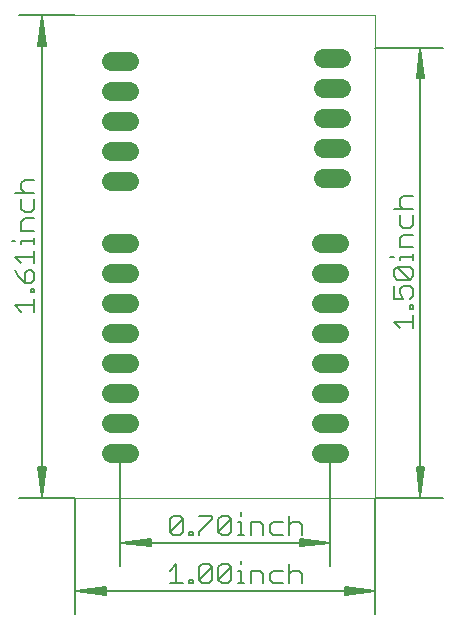
<source format=gbs>
G75*
%MOIN*%
%OFA0B0*%
%FSLAX25Y25*%
%IPPOS*%
%LPD*%
%AMOC8*
5,1,8,0,0,1.08239X$1,22.5*
%
%ADD10C,0.00000*%
%ADD11C,0.00512*%
%ADD12C,0.00600*%
%ADD13C,0.06400*%
D10*
X0023795Y0040133D02*
X0123795Y0040133D01*
X0123795Y0200933D01*
X0023795Y0200933D01*
D11*
X0023795Y0040133D02*
X0023795Y0001256D01*
X0024051Y0008933D02*
X0034031Y0007909D01*
X0034031Y0007676D02*
X0024051Y0008933D01*
X0034031Y0009957D01*
X0034031Y0010190D02*
X0034031Y0007676D01*
X0034031Y0008421D02*
X0024051Y0008933D01*
X0034031Y0009445D01*
X0034031Y0010190D02*
X0024051Y0008933D01*
X0123539Y0008933D01*
X0113559Y0007909D01*
X0113559Y0007676D02*
X0123539Y0008933D01*
X0113559Y0009957D01*
X0113559Y0010190D02*
X0113559Y0007676D01*
X0113559Y0008421D02*
X0123539Y0008933D01*
X0113559Y0009445D01*
X0113559Y0010190D02*
X0123539Y0008933D01*
X0123795Y0001256D02*
X0123795Y0040133D01*
X0146472Y0040133D01*
X0138795Y0040389D02*
X0139819Y0050369D01*
X0140052Y0050369D02*
X0138795Y0040389D01*
X0137772Y0050369D01*
X0137538Y0050369D02*
X0140052Y0050369D01*
X0139307Y0050369D02*
X0138795Y0040389D01*
X0138283Y0050369D01*
X0137538Y0050369D02*
X0138795Y0040389D01*
X0138795Y0189877D01*
X0139819Y0179897D01*
X0140052Y0179897D02*
X0138795Y0189877D01*
X0137772Y0179897D01*
X0137538Y0179897D02*
X0140052Y0179897D01*
X0139307Y0179897D02*
X0138795Y0189877D01*
X0138283Y0179897D01*
X0137538Y0179897D02*
X0138795Y0189877D01*
X0146472Y0190133D02*
X0123795Y0190133D01*
X0023795Y0200933D02*
X0004918Y0200933D01*
X0012595Y0200677D02*
X0011572Y0190697D01*
X0011338Y0190697D02*
X0013852Y0190697D01*
X0012595Y0200677D01*
X0013619Y0190697D01*
X0013107Y0190697D02*
X0012595Y0200677D01*
X0012083Y0190697D01*
X0011338Y0190697D02*
X0012595Y0200677D01*
X0012595Y0040389D01*
X0013619Y0050369D01*
X0013852Y0050369D02*
X0012595Y0040389D01*
X0011572Y0050369D01*
X0011338Y0050369D02*
X0013852Y0050369D01*
X0013107Y0050369D02*
X0012595Y0040389D01*
X0012083Y0050369D01*
X0011338Y0050369D02*
X0012595Y0040389D01*
X0004918Y0040133D02*
X0023795Y0040133D01*
X0038795Y0055133D02*
X0038795Y0017456D01*
X0039051Y0025133D02*
X0049031Y0024109D01*
X0049031Y0023876D02*
X0039051Y0025133D01*
X0049031Y0026157D01*
X0049031Y0026390D02*
X0049031Y0023876D01*
X0049031Y0024621D02*
X0039051Y0025133D01*
X0049031Y0025645D01*
X0049031Y0026390D02*
X0039051Y0025133D01*
X0108539Y0025133D01*
X0098559Y0024109D01*
X0098559Y0023876D02*
X0108539Y0025133D01*
X0098559Y0026157D01*
X0098559Y0026390D02*
X0098559Y0023876D01*
X0098559Y0024621D02*
X0108539Y0025133D01*
X0098559Y0025645D01*
X0098559Y0026390D02*
X0108539Y0025133D01*
X0108795Y0017456D02*
X0108795Y0055133D01*
D12*
X0095059Y0034100D02*
X0095059Y0027695D01*
X0092884Y0027695D02*
X0089681Y0027695D01*
X0088614Y0028762D01*
X0088614Y0030898D01*
X0089681Y0031965D01*
X0092884Y0031965D01*
X0095059Y0030898D02*
X0096127Y0031965D01*
X0098262Y0031965D01*
X0099330Y0030898D01*
X0099330Y0027695D01*
X0095059Y0017900D02*
X0095059Y0011495D01*
X0092884Y0011495D02*
X0089681Y0011495D01*
X0088614Y0012562D01*
X0088614Y0014698D01*
X0089681Y0015765D01*
X0092884Y0015765D01*
X0095059Y0014698D02*
X0096127Y0015765D01*
X0098262Y0015765D01*
X0099330Y0014698D01*
X0099330Y0011495D01*
X0086439Y0011495D02*
X0086439Y0014698D01*
X0085371Y0015765D01*
X0082168Y0015765D01*
X0082168Y0011495D01*
X0080007Y0011495D02*
X0077871Y0011495D01*
X0078939Y0011495D02*
X0078939Y0015765D01*
X0077871Y0015765D01*
X0078939Y0017900D02*
X0078939Y0018968D01*
X0075696Y0016833D02*
X0071426Y0012562D01*
X0072493Y0011495D01*
X0074629Y0011495D01*
X0075696Y0012562D01*
X0075696Y0016833D01*
X0074629Y0017900D01*
X0072493Y0017900D01*
X0071426Y0016833D01*
X0071426Y0012562D01*
X0069251Y0012562D02*
X0069251Y0016833D01*
X0064980Y0012562D01*
X0066048Y0011495D01*
X0068183Y0011495D01*
X0069251Y0012562D01*
X0069251Y0016833D02*
X0068183Y0017900D01*
X0066048Y0017900D01*
X0064980Y0016833D01*
X0064980Y0012562D01*
X0062825Y0012562D02*
X0062825Y0011495D01*
X0061758Y0011495D01*
X0061758Y0012562D01*
X0062825Y0012562D01*
X0059582Y0011495D02*
X0055312Y0011495D01*
X0057447Y0011495D02*
X0057447Y0017900D01*
X0055312Y0015765D01*
X0056380Y0027695D02*
X0055312Y0028762D01*
X0059582Y0033033D01*
X0059582Y0028762D01*
X0058515Y0027695D01*
X0056380Y0027695D01*
X0055312Y0028762D02*
X0055312Y0033033D01*
X0056380Y0034100D01*
X0058515Y0034100D01*
X0059582Y0033033D01*
X0061758Y0028762D02*
X0062825Y0028762D01*
X0062825Y0027695D01*
X0061758Y0027695D01*
X0061758Y0028762D01*
X0064980Y0028762D02*
X0064980Y0027695D01*
X0064980Y0028762D02*
X0069251Y0033033D01*
X0069251Y0034100D01*
X0064980Y0034100D01*
X0071426Y0033033D02*
X0071426Y0028762D01*
X0075696Y0033033D01*
X0075696Y0028762D01*
X0074629Y0027695D01*
X0072493Y0027695D01*
X0071426Y0028762D01*
X0071426Y0033033D02*
X0072493Y0034100D01*
X0074629Y0034100D01*
X0075696Y0033033D01*
X0077871Y0031965D02*
X0078939Y0031965D01*
X0078939Y0027695D01*
X0077871Y0027695D02*
X0080007Y0027695D01*
X0082168Y0027695D02*
X0082168Y0031965D01*
X0085371Y0031965D01*
X0086439Y0030898D01*
X0086439Y0027695D01*
X0078939Y0034100D02*
X0078939Y0035168D01*
X0131963Y0096650D02*
X0129828Y0098785D01*
X0136233Y0098785D01*
X0136233Y0096650D02*
X0136233Y0100920D01*
X0136233Y0103096D02*
X0135166Y0103096D01*
X0135166Y0104163D01*
X0136233Y0104163D01*
X0136233Y0103096D01*
X0135166Y0106318D02*
X0136233Y0107386D01*
X0136233Y0109521D01*
X0135166Y0110589D01*
X0133031Y0110589D01*
X0131963Y0109521D01*
X0131963Y0108453D01*
X0133031Y0106318D01*
X0129828Y0106318D01*
X0129828Y0110589D01*
X0130895Y0112764D02*
X0129828Y0113831D01*
X0129828Y0115967D01*
X0130895Y0117034D01*
X0135166Y0112764D01*
X0136233Y0113831D01*
X0136233Y0115967D01*
X0135166Y0117034D01*
X0130895Y0117034D01*
X0131963Y0119209D02*
X0131963Y0120277D01*
X0136233Y0120277D01*
X0136233Y0121344D02*
X0136233Y0119209D01*
X0136233Y0123506D02*
X0131963Y0123506D01*
X0131963Y0126709D01*
X0133031Y0127777D01*
X0136233Y0127777D01*
X0135166Y0129952D02*
X0136233Y0131019D01*
X0136233Y0134222D01*
X0136233Y0136397D02*
X0129828Y0136397D01*
X0131963Y0137465D02*
X0131963Y0139600D01*
X0133031Y0140668D01*
X0136233Y0140668D01*
X0131963Y0137465D02*
X0133031Y0136397D01*
X0131963Y0134222D02*
X0131963Y0131019D01*
X0133031Y0129952D01*
X0135166Y0129952D01*
X0129828Y0120277D02*
X0128760Y0120277D01*
X0130895Y0112764D02*
X0135166Y0112764D01*
X0010033Y0112786D02*
X0010033Y0114921D01*
X0008966Y0115989D01*
X0007898Y0115989D01*
X0006831Y0114921D01*
X0006831Y0111718D01*
X0008966Y0111718D01*
X0010033Y0112786D01*
X0010033Y0109563D02*
X0010033Y0108496D01*
X0008966Y0108496D01*
X0008966Y0109563D01*
X0010033Y0109563D01*
X0010033Y0106320D02*
X0010033Y0102050D01*
X0010033Y0104185D02*
X0003628Y0104185D01*
X0005763Y0102050D01*
X0006831Y0111718D02*
X0004695Y0113853D01*
X0003628Y0115989D01*
X0005763Y0118164D02*
X0003628Y0120299D01*
X0010033Y0120299D01*
X0010033Y0118164D02*
X0010033Y0122434D01*
X0010033Y0124609D02*
X0010033Y0126744D01*
X0010033Y0125677D02*
X0005763Y0125677D01*
X0005763Y0124609D01*
X0003628Y0125677D02*
X0002560Y0125677D01*
X0005763Y0128906D02*
X0005763Y0132109D01*
X0006831Y0133177D01*
X0010033Y0133177D01*
X0008966Y0135352D02*
X0010033Y0136419D01*
X0010033Y0139622D01*
X0010033Y0141797D02*
X0003628Y0141797D01*
X0005763Y0142865D02*
X0005763Y0145000D01*
X0006831Y0146068D01*
X0010033Y0146068D01*
X0005763Y0142865D02*
X0006831Y0141797D01*
X0005763Y0139622D02*
X0005763Y0136419D01*
X0006831Y0135352D01*
X0008966Y0135352D01*
X0010033Y0128906D02*
X0005763Y0128906D01*
D13*
X0035795Y0125133D02*
X0041795Y0125133D01*
X0041795Y0115133D02*
X0035795Y0115133D01*
X0035795Y0105133D02*
X0041795Y0105133D01*
X0041795Y0095133D02*
X0035795Y0095133D01*
X0035795Y0085133D02*
X0041795Y0085133D01*
X0041795Y0075133D02*
X0035795Y0075133D01*
X0035795Y0065133D02*
X0041795Y0065133D01*
X0041795Y0055133D02*
X0035795Y0055133D01*
X0035595Y0145733D02*
X0041595Y0145733D01*
X0041595Y0155733D02*
X0035595Y0155733D01*
X0035595Y0165733D02*
X0041595Y0165733D01*
X0041595Y0175733D02*
X0035595Y0175733D01*
X0035595Y0185733D02*
X0041595Y0185733D01*
X0105795Y0125133D02*
X0111795Y0125133D01*
X0111795Y0115133D02*
X0105795Y0115133D01*
X0105795Y0105133D02*
X0111795Y0105133D01*
X0111795Y0095133D02*
X0105795Y0095133D01*
X0105795Y0085133D02*
X0111795Y0085133D01*
X0111795Y0075133D02*
X0105795Y0075133D01*
X0105795Y0065133D02*
X0111795Y0065133D01*
X0111795Y0055133D02*
X0105795Y0055133D01*
X0106395Y0146533D02*
X0112395Y0146533D01*
X0112395Y0156533D02*
X0106395Y0156533D01*
X0106395Y0166533D02*
X0112395Y0166533D01*
X0112395Y0176533D02*
X0106395Y0176533D01*
X0106395Y0186533D02*
X0112395Y0186533D01*
M02*

</source>
